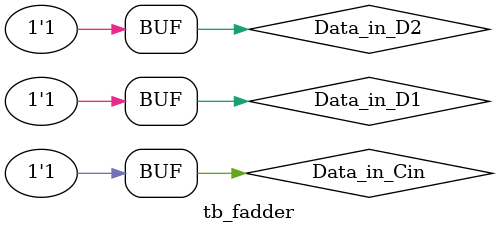
<source format=v>
`timescale 1ns/1ps


module Full_Adder( 
  input D1, D2, Cin, 
  output Sum_out, Cout
  );  
    wire a1, a2, a3;    

xor u1(a1,D1,D2);
and u2(a2,D1,D2);
and u3(a3,a1,Cin);
or u4(Cout,a2,a3);
xor u5(Sum_out,a1,Cin); 

endmodule  

module tb_fadder;

    reg Data_in_D1;
    reg Data_in_D2;
    reg Data_in_Cin;
    
    wire Sum,Coutput;

    Full_Adder uut (
        .D1(Data_in_D1),
        .D2(Data_in_D2),
        .Cin(Data_in_Cin),
        .Sum_out(Sum),
        .Cout(Coutput)
    );

    initial begin
    $dumpfile ("Full_adder.vcd");
    $dumpvars(0, tb_fadder);
    
    Data_in_D1 = 0;
    Data_in_D2 = 0;
    Data_in_Cin = 0;
    
    #100

    Data_in_D1 = 0;     Data_in_D2 = 0;     Data_in_Cin = 1;  #10;
    Data_in_D1 = 0;     Data_in_D2 = 1;     Data_in_Cin = 0;  #10;
    Data_in_D1 = 0;     Data_in_D2 = 1;     Data_in_Cin = 1;  #10;
    Data_in_D1 = 1;     Data_in_D2 = 0;     Data_in_Cin = 0;  #10;
    Data_in_D1 = 1;     Data_in_D2 = 0;     Data_in_Cin = 1;  #10;
    Data_in_D1 = 1;     Data_in_D2 = 1;     Data_in_Cin = 0;  #10;
    Data_in_D1 = 1;     Data_in_D2 = 1;     Data_in_Cin = 1;  #10;
end

endmodule
    
    

</source>
